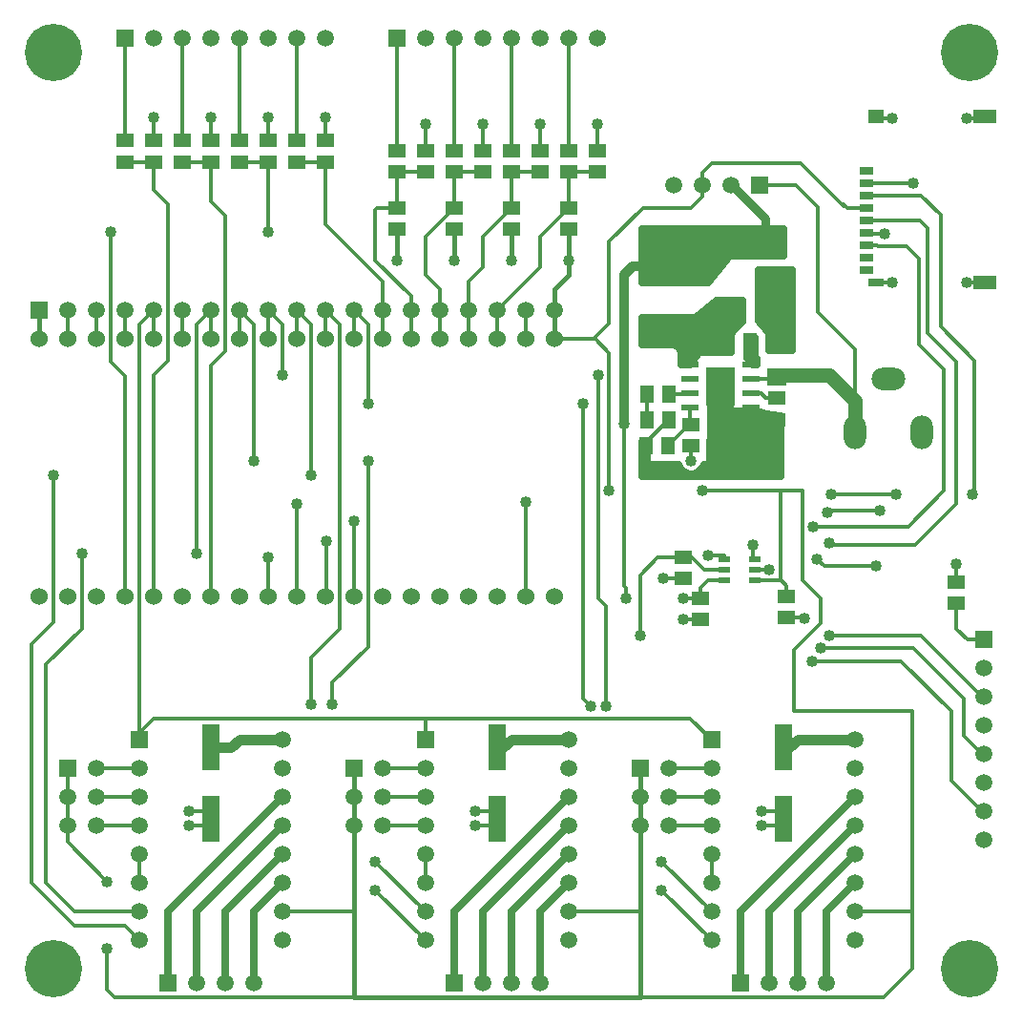
<source format=gbr>
G04 DipTrace 3.3.0.0*
G04 Top.gbr*
%MOIN*%
G04 #@! TF.FileFunction,Copper,L1,Top*
G04 #@! TF.Part,Single*
G04 #@! TA.AperFunction,Conductor*
%ADD14C,0.016*%
%ADD15C,0.02*%
%ADD16C,0.012*%
G04 #@! TA.AperFunction,CopperBalancing*
%ADD17C,0.025*%
G04 #@! TA.AperFunction,Conductor*
%ADD18C,0.032*%
G04 #@! TA.AperFunction,ViaPad*
%ADD19C,0.03*%
G04 #@! TA.AperFunction,ComponentPad*
%ADD20C,0.06*%
G04 #@! TA.AperFunction,Conductor*
%ADD21C,0.035*%
%ADD22C,0.05*%
%ADD25R,0.062992X0.163386*%
%ADD26R,0.059055X0.051181*%
%ADD27R,0.051181X0.059055*%
%ADD28R,0.070866X0.062992*%
%ADD30R,0.098425X0.066929*%
G04 #@! TA.AperFunction,ComponentPad*
%ADD31R,0.059055X0.059055*%
%ADD32C,0.059055*%
%ADD33O,0.07874X0.11811*%
%ADD34O,0.11811X0.07874*%
%ADD35R,0.051181X0.027559*%
%ADD36R,0.07874X0.047244*%
%ADD37R,0.055118X0.047244*%
%ADD38R,0.055118X0.031496*%
%ADD39R,0.137795X0.09252*%
G04 #@! TA.AperFunction,ComponentPad*
%ADD40C,0.2*%
%ADD41R,0.059X0.059*%
%ADD42C,0.059*%
%ADD44R,0.062992X0.024016*%
%ADD45R,0.10315X0.138189*%
%ADD47R,0.043307X0.023622*%
G04 #@! TA.AperFunction,ViaPad*
%ADD48C,0.04*%
%FSLAX26Y26*%
G04*
G70*
G90*
G75*
G01*
G04 Top*
%LPD*%
X2594000Y1244000D2*
D14*
Y1144000D1*
Y1044000D1*
X1594000Y1244000D2*
Y1144000D1*
Y1044000D1*
X2594000D2*
Y744000D1*
Y444000D1*
X1594000D1*
Y744000D1*
Y1044000D1*
X2294000Y2844000D2*
Y2744000D1*
X1744000Y3126480D2*
Y3019000D1*
X1944000Y3126480D2*
Y3019000D1*
X2144000Y3126480D2*
Y3019000D1*
X2344000Y3126480D2*
Y3019000D1*
X2294000Y2844000D2*
Y2919000D1*
X2344000Y2969000D1*
Y3019000D1*
X2294000Y2744000D2*
D15*
Y2747000D1*
Y2744000D2*
D16*
X2432000D1*
X2438000D1*
X2487000Y2695000D1*
Y2214000D1*
X2813846D2*
X3090453D1*
X3162749D1*
Y1900251D1*
X3225249Y1837751D1*
Y1750249D1*
X3131500Y1656500D1*
Y1444000D1*
X3544000D1*
Y744000D1*
Y544000D1*
X3444000Y444000D1*
X2594000D1*
X2344000Y744000D2*
X2594000D1*
X1344000D2*
X1594000D1*
X3344000D2*
X3544000D1*
X2812750Y3281500D2*
Y3241750D1*
X2773000Y3202000D1*
X2604000D1*
X2487000Y3085000D1*
Y2799000D1*
X2432000Y2744000D1*
X594000Y1244000D2*
Y1144000D1*
Y1044000D1*
Y987000D1*
X732000Y849000D1*
Y615000D2*
Y472000D1*
X760000Y444000D1*
X1594000D1*
X2812750Y3281500D2*
Y3325250D1*
X2844000Y3356500D1*
X3156500D1*
X3306000Y3207000D1*
Y3215000D1*
X3318921Y3202079D1*
X3384000D1*
X3106500Y1844000D2*
Y1881500D1*
X3087750Y1900250D1*
X2994000D1*
X3087750D2*
X3086045Y1901955D1*
Y2209592D1*
X3090453Y2214000D1*
X994000Y2844000D2*
Y2744000D1*
X894000Y3436520D2*
Y3519000D1*
X1094000Y3436520D2*
Y3519000D1*
X1294000Y3436520D2*
Y3519000D1*
X1494000Y3436520D2*
Y3519000D1*
X1844000Y3401283D2*
Y3494000D1*
X2044000Y3401283D2*
Y3494000D1*
X2244000Y3401283D2*
Y3494000D1*
X2444000Y3401283D2*
Y3494000D1*
X3019000Y1094000D2*
X3069000D1*
X3094000Y1069000D1*
X3019000Y1044000D2*
X3069000D1*
X3094000Y1069000D1*
X2019000Y1094000D2*
X2069000D1*
X2094000Y1069000D1*
X2044000Y1044000D2*
X2069000D1*
X2094000Y1069000D1*
X2019000Y1044000D2*
X2069000D1*
X1019000Y1094000D2*
X1069000D1*
X1094000Y1069000D1*
X1019000Y1044000D2*
X1069000D1*
X1094000Y1069000D1*
X2617000Y2370000D2*
Y2383000D1*
X2695000Y2461000D1*
X3475000Y3514000D2*
X3423654D1*
X3417465Y3520189D1*
X3735000Y3514000D2*
X3793165D1*
X3799354Y3520189D1*
X3475000Y2942000D2*
X3417701D1*
X3417465Y2942236D1*
X3735000Y2942000D2*
X3799118D1*
X3799354Y2942236D1*
X3449000Y3111000D2*
X3388465D1*
X3384000Y3115465D1*
X3106500Y1769197D2*
X3168803D1*
X3169000Y1769000D1*
X2806500Y1762947D2*
X2744197D1*
X2744000Y1762750D1*
X2994000Y1937652D2*
X3043902D1*
X3044000Y1937750D1*
X2744000Y1906500D2*
X2675250D1*
X3700249Y1894000D2*
Y1956500D1*
X1094000Y2844000D2*
Y2744000D1*
X844000Y744000D2*
X619000D1*
X519000Y844000D1*
Y1606500D1*
X644000Y1731500D1*
Y1994000D1*
X1044000D2*
Y2794000D1*
X1094000Y2844000D1*
X1394000D2*
Y2744000D1*
Y2844000D2*
X1444000Y2794000D1*
Y2269000D1*
X544000D2*
Y1753000D1*
X469000Y1678000D1*
Y844000D1*
X619000Y694000D1*
X794000D1*
X844000Y644000D1*
Y944000D2*
Y844000D1*
X1694000Y1244000D2*
X1844000D1*
X694000D2*
X844000D1*
X694000Y1144000D2*
X844000D1*
X694000Y1044000D2*
X844000D1*
X2694000Y1244000D2*
X2844000D1*
X3794000Y1294000D2*
X3787749D1*
X3725249Y1356500D1*
Y1487751D1*
X3550249Y1662751D1*
X3225249D1*
X2887701Y1975053D2*
Y1987750D1*
X2831500D1*
X3212750Y1975250D2*
X3237751Y1950249D1*
X3419000D1*
X3794000Y1694000D2*
X3737749D1*
X3700249Y1731500D1*
Y1819197D1*
X944000Y494000D2*
D17*
Y744000D1*
X1344000Y1144000D1*
X1044000Y494000D2*
Y744000D1*
X1344000Y1044000D1*
X1144000Y494000D2*
Y744000D1*
X1344000Y944000D1*
X1244000Y494000D2*
Y744000D1*
X1344000Y844000D1*
X1194000Y2844000D2*
D16*
Y2744000D1*
X1844000Y744000D2*
X1669000Y919000D1*
X1519000Y1469000D2*
Y1544000D1*
X1644000Y1669000D1*
Y2319000D1*
X1244000D2*
Y2794000D1*
X1194000Y2844000D1*
X1294000D2*
Y2744000D1*
X2844000Y744000D2*
X2669000Y919000D1*
X2474000Y1460000D2*
Y1811000D1*
X2448000Y1837000D1*
Y2617000D1*
X1344000D2*
Y2794000D1*
X1294000Y2844000D1*
X2444000Y3326480D2*
X2344000D1*
Y3201283D1*
X2094000Y2844000D2*
Y2744000D1*
Y2844000D2*
X2244000Y2994000D1*
Y3101283D1*
X2344000Y3201283D1*
X2244000Y3326480D2*
X2144000D1*
Y3201283D1*
X1994000Y2844000D2*
Y2744000D1*
Y2844000D2*
Y2944000D1*
X2044000Y2994000D1*
Y3101283D1*
X2144000Y3201283D1*
X1494000Y2844000D2*
Y2744000D1*
X1844000Y644000D2*
X1669000Y819000D1*
X1444000Y1469000D2*
Y1631500D1*
X1544000Y1731500D1*
Y2794000D1*
X1494000Y2844000D1*
X1594000D2*
Y2744000D1*
X2844000Y644000D2*
X2669000Y819000D1*
X2422000Y1460000D2*
X2396000Y1486000D1*
Y2519000D1*
X1644000D2*
Y2794000D1*
X1594000Y2844000D1*
X1394000Y3361717D2*
X1494000D1*
X1694000Y2844000D2*
Y2744000D1*
X1494000Y3361717D2*
Y3144000D1*
X1694000Y2944000D1*
Y2844000D1*
X1844000Y3326480D2*
X1744000D1*
Y3201283D2*
Y3326480D1*
X1794000Y2844000D2*
Y2744000D1*
X1744000Y3201283D2*
X1676283D1*
X1669000Y3194000D1*
Y3019000D1*
X1794000Y2894000D1*
Y2844000D1*
X2044000Y3326480D2*
X1944000D1*
Y3201283D2*
Y3326480D1*
X1894000Y2844000D2*
Y2744000D1*
Y2844000D2*
Y2919000D1*
X1844000Y2969000D1*
Y3101283D1*
X1944000Y3201283D1*
X1294000Y1844000D2*
Y1981500D1*
X2987750Y2025250D2*
Y1975053D1*
X2994000D1*
X2194000Y1844000D2*
Y2175250D1*
X3262750Y2200250D2*
X3487750D1*
X3756500D2*
Y2187750D1*
X3761000Y2192250D1*
Y2669000D1*
X3644000Y2786000D1*
Y3176000D1*
X3574614Y3245386D1*
X3384000D1*
X1394000Y1844000D2*
Y2169000D1*
X3250250Y2137750D2*
Y2144000D1*
X3431500D1*
X3550250Y3287750D2*
X3384943D1*
X3384000Y3288693D1*
X494000Y2844000D2*
D14*
Y2744000D1*
X2682554Y2998480D2*
D18*
X2569480D1*
X2539000Y2968000D1*
Y2448000D1*
X2912750Y3281500D2*
D19*
X2914500D1*
X3033000Y3163000D1*
Y3070024D1*
X3038766Y3064257D1*
X2773000Y2318000D2*
D16*
Y2370000D1*
X2806500Y1837750D2*
Y1875250D1*
X2831500Y1900250D1*
X2887701D1*
X2806500Y1837750D2*
X2744000D1*
X2539000Y2448000D2*
Y1880250D1*
X2544000Y1875250D1*
Y1837750D1*
X1194000Y3361717D2*
X1294000D1*
X794000Y1844000D2*
Y2612751D1*
X744000Y2662751D1*
Y3119000D1*
X1294000D2*
Y3361717D1*
X1594000Y1844000D2*
Y2106500D1*
X3200250Y2087750D2*
X3531500D1*
X3656500Y2212750D1*
Y2637750D1*
X3569000Y2725250D1*
Y3025250D1*
X3525250Y3069000D1*
X3425250D1*
X3422093Y3072157D1*
X3384000D1*
X794000Y3361717D2*
X894000D1*
Y1844000D2*
Y2619000D1*
X944000Y2669000D1*
Y3212749D1*
X894000Y3262749D1*
Y3361717D1*
X3794000Y1094000D2*
X3787751D1*
X3681500Y1200251D1*
Y1444000D1*
X3506500Y1619000D1*
X3194000D1*
X1694000Y1144000D2*
X1844000D1*
X1694000Y1044000D2*
X1844000D1*
X2194000Y2844000D2*
Y2744000D1*
X1844000Y944000D2*
Y844000D1*
X1944000Y3401283D2*
Y3794000D1*
X2344000Y3401283D2*
Y3794000D1*
X794000Y3436520D2*
Y3794000D1*
X2694000Y1044000D2*
X2844000D1*
X2694000Y1144000D2*
X2844000D1*
X1944000Y494000D2*
D17*
Y744000D1*
X2344000Y1144000D1*
Y1044000D2*
X2044000Y744000D1*
Y494000D1*
X2144000D2*
Y744000D1*
X2344000Y944000D1*
X2244000Y494000D2*
Y744000D1*
X2344000Y844000D1*
X1744000Y3401283D2*
D16*
Y3794000D1*
X994000Y3361717D2*
X1094000D1*
Y1844000D2*
Y2650251D1*
X1144000Y2700251D1*
Y3175251D1*
X1094000Y3225251D1*
Y3361717D1*
X3794000Y1494000D2*
X3787749D1*
X3575249Y1706500D1*
X3256500D1*
X2887701Y1937652D2*
X2819098D1*
X2775447Y1981303D1*
X2744000D1*
X2656303D1*
X2594000Y1919000D1*
Y1706500D1*
X994000Y3436520D2*
Y3794000D1*
X2844000Y944000D2*
Y844000D1*
X1494000Y1844000D2*
X1500250D1*
Y2037750D1*
X3256500Y2031500D2*
Y2025250D1*
X3556500D1*
X3700250Y2169000D1*
Y2662750D1*
X3600250Y2762750D1*
Y3131500D1*
X3572978Y3158772D1*
X3384000D1*
X2982643Y2554052D2*
X3017948D1*
X3033000Y2539000D1*
X3068803D1*
X3072000Y2535803D1*
X3344000Y1144000D2*
D17*
X2944000Y744000D1*
Y494000D1*
X3044000D2*
Y744000D1*
X3344000Y1044000D1*
X3144000Y494000D2*
Y744000D1*
X3344000Y944000D1*
X3244000Y494000D2*
Y744000D1*
X3344000Y844000D1*
X794000Y2744000D2*
D16*
Y2844000D1*
X694000Y2744000D2*
Y2844000D1*
X594000Y2744000D2*
Y2844000D1*
X2695000Y2552000D2*
X2767992D1*
X2770045Y2554052D1*
X2144000Y3401283D2*
Y3794000D1*
X2620197Y2461000D2*
Y2552000D1*
X2770045Y2504052D2*
Y2447759D1*
X2773000Y2444803D1*
X2766606D1*
X2691803Y2370000D1*
X1194000Y3436520D2*
Y3794000D1*
X1394000Y3436520D2*
Y3794000D1*
X844000Y1344000D2*
Y1369000D1*
X894000Y1419000D1*
X1844000D1*
X2769000D1*
X2844000Y1344000D1*
X1844000D2*
Y1419000D1*
X894000Y2844000D2*
Y2744000D1*
X844000Y1344000D2*
Y2794000D1*
X894000Y2844000D1*
X3094000Y1317031D2*
D21*
X3117031D1*
X3144000Y1344000D1*
X3344000D1*
X2094000Y1317031D2*
X2117031D1*
X2144000Y1344000D1*
X2344000D1*
X1094000Y1317031D2*
X1167031D1*
X1194000Y1344000D1*
X1344000D1*
X2982643Y2604052D2*
D16*
X3065289D1*
X3072000Y2610764D1*
D22*
Y2617000D1*
X3254000D1*
X3345000Y2526000D1*
Y2420000D1*
X3344000Y2419000D1*
X3012750Y3281500D2*
D16*
X3137750D1*
X3215000Y3204250D1*
Y2838000D1*
X3345000Y2708000D1*
Y2420000D1*
X3344000Y2419000D1*
D48*
X2487000Y2214000D3*
X2813846D3*
X732000Y849000D3*
Y615000D3*
X644000Y1994000D3*
X1044000D3*
X1444000Y2269000D3*
X544000D3*
X3225249Y1662751D3*
X3212750Y1975250D3*
X3419000Y1950249D3*
X1669000Y919000D3*
X1519000Y1469000D3*
X1644000Y2319000D3*
X1244000D3*
X2669000Y919000D3*
X2474000Y1460000D3*
X2448000Y2617000D3*
X1344000D3*
X1669000Y819000D3*
X1444000Y1469000D3*
X2669000Y819000D3*
X2422000Y1460000D3*
X2396000Y2519000D3*
X1644000D3*
X1294000Y1981500D3*
X2987750Y2025250D3*
X2194000Y2175250D3*
X3262750Y2200250D3*
X3487750D3*
X3756500D3*
X1394000Y2169000D3*
X3250250Y2137750D3*
X3431500Y2144000D3*
X3550250Y3287750D3*
X2539000Y2448000D3*
X2544000Y1837750D3*
X744000Y3119000D3*
X1294000D3*
X1594000Y2106500D3*
X3200250Y2087750D3*
X3194000Y1619000D3*
X3256500Y1706500D3*
X2594000D3*
X1500250Y2037750D3*
X3256500Y2031500D3*
X2675250Y1906500D3*
X3700249Y1956500D3*
X3044000Y1937750D3*
X3735000Y3514000D3*
D19*
X2851000Y2617000D3*
D48*
X894000Y3519000D3*
X1094000D3*
X1294000D3*
X1494000D3*
X1844000Y3494000D3*
X2044000D3*
X2244000D3*
X2444000D3*
X1019000Y1094000D3*
Y1044000D3*
X2019000Y1094000D3*
Y1044000D3*
X3019000Y1094000D3*
Y1044000D3*
X1744000Y3019000D3*
X1944000D3*
X2144000D3*
X2344000D3*
D19*
X2877000Y2617000D3*
X2903000D3*
X2851000Y2578000D3*
X2877000D3*
X2903000D3*
X2851000Y2539000D3*
X2877000D3*
X2903000D3*
X3111000Y2968000D3*
Y2929000D3*
D48*
X2773000Y2318000D3*
X2617000Y3085000D3*
X3475000Y3514000D3*
Y2942000D3*
X3735000D3*
X3449000Y3111000D3*
X3169000Y1769000D3*
X2744000Y1762750D3*
X2831500Y1987750D3*
X2744000Y1837750D3*
X2603832Y3104133D2*
D17*
X3092526D1*
X2603832Y3079264D2*
X3092526D1*
X2603832Y3054395D2*
X3092526D1*
X2603832Y3029526D2*
X2900689D1*
X2603832Y3004657D2*
X2880774D1*
X2603832Y2979789D2*
X2860894D1*
X2603832Y2954920D2*
X2841014D1*
X2601314Y3128978D2*
Y2941518D1*
X2832790Y2941524D1*
X2905361Y3032004D1*
X2907749Y3033714D1*
X2910472Y3034819D1*
X2913382Y3035257D1*
X3095030Y3035264D1*
X3095009Y3129017D1*
X2601291Y3129001D1*
X2834710Y2854159D2*
X2948774D1*
X2804891Y2829290D2*
X2948774D1*
X2603832Y2804421D2*
X2948774D1*
X2603832Y2779552D2*
X2925378D1*
X2603832Y2754684D2*
X2911276D1*
X2603832Y2729815D2*
X2911276D1*
X2739331Y2704946D2*
X2911276D1*
X2741304Y2680077D2*
X2785932D1*
X2741304Y2655209D2*
X2768169D1*
X2930251Y2781933D2*
Y2785064D1*
X2933373D1*
X2951270Y2802961D1*
X2951274Y2878993D1*
X2862055Y2879028D1*
X2788945Y2818298D1*
X2786261Y2817100D1*
X2783369Y2816562D1*
X2601293Y2816534D1*
X2601314Y2722781D1*
X2715756Y2722643D1*
X2718584Y2721845D1*
X2721148Y2720409D1*
X2727639Y2714136D1*
X2736412Y2705146D1*
X2737848Y2702581D1*
X2738646Y2699753D1*
X2738799Y2688612D1*
Y2654055D1*
X2769827Y2654054D1*
X2798631Y2694067D1*
X2800924Y2695904D1*
X2803583Y2697156D1*
X2806459Y2697752D1*
X2913794Y2697799D1*
X2913932Y2762247D1*
X2914730Y2765075D1*
X2916165Y2767639D1*
X2923936Y2775626D1*
X2930253Y2781944D1*
X3010039Y2960398D2*
X3123744D1*
X3010039Y2935529D2*
X3123744D1*
X3010039Y2910660D2*
X3123744D1*
X3010039Y2885791D2*
X3123744D1*
X3010039Y2860923D2*
X3123744D1*
X3010039Y2836054D2*
X3123744D1*
X3010039Y2811185D2*
X3123744D1*
X3032395Y2786316D2*
X3123744D1*
X3047503Y2761448D2*
X3123744D1*
X3047503Y2736579D2*
X3123744D1*
X3047503Y2711710D2*
X3123744D1*
X3023497Y2790028D2*
X3029894D1*
Y2782528D1*
X3043175Y2766823D1*
X3044406Y2764154D1*
X3044979Y2761272D1*
X3045017Y2704060D1*
X3126282Y2704049D1*
X3126256Y2985261D1*
X3007528Y2985266D1*
X3007521Y2808693D1*
X3023497Y2790021D1*
X2846837Y2604185D2*
X2905029D1*
X2846335Y2579316D2*
X2905029D1*
X2845867Y2554448D2*
X2905029D1*
X2845402Y2529579D2*
X2905029D1*
X2844899Y2504710D2*
X2905029D1*
X2844433Y2479841D2*
X3031772D1*
X2843966Y2454972D2*
X3083014D1*
X2843463Y2430104D2*
X3083014D1*
X2842997Y2405235D2*
X3083014D1*
X2606018Y2380366D2*
X2617545D1*
X2842530D2*
X3083014D1*
X2606018Y2355497D2*
X2617545D1*
X2842029D2*
X3083014D1*
X2606018Y2330629D2*
X2617545D1*
X2841562D2*
X3083014D1*
X2606018Y2305760D2*
X2623804D1*
X2835030D2*
X3083014D1*
X2606018Y2280891D2*
X2742474D1*
X2803525D2*
X3083014D1*
X3026512Y2483713D2*
X3015972D1*
Y2488987D1*
X3004583Y2491568D1*
X2918073Y2491722D1*
X2915245Y2492520D1*
X2912681Y2493955D1*
X2910524Y2495950D1*
X2908891Y2498394D1*
X2907874Y2501150D1*
X2907529Y2504068D1*
Y2629052D1*
X2844780Y2629054D1*
X2838635Y2314633D1*
X2837837Y2311804D1*
X2836402Y2309240D1*
X2834407Y2307083D1*
X2831963Y2305450D1*
X2829207Y2304433D1*
X2826289Y2304088D1*
X2817353D1*
X2814432Y2296890D1*
X2810619Y2290668D1*
X2805881Y2285119D1*
X2800332Y2280381D1*
X2794110Y2276568D1*
X2787369Y2273776D1*
X2780274Y2272072D1*
X2773000Y2271500D1*
X2765726Y2272072D1*
X2758631Y2273776D1*
X2751890Y2276568D1*
X2745668Y2280381D1*
X2740119Y2285119D1*
X2735381Y2290668D1*
X2731568Y2296890D1*
X2728648Y2304084D1*
X2630604Y2304241D1*
X2627776Y2305039D1*
X2625211Y2306475D1*
X2623054Y2308470D1*
X2621421Y2310913D1*
X2620404Y2313669D1*
X2620059Y2316588D1*
Y2384732D1*
X2603533Y2384039D1*
X2603500Y2265490D1*
X3085520Y2265500D1*
X3085500Y2475446D1*
X3035941Y2479394D1*
X3033176Y2480390D1*
X3026533Y2483711D1*
X2972537Y2722923D2*
X2992513D1*
X2972537Y2698054D2*
X2992513D1*
X2976592Y2673185D2*
X2998757D1*
X2970025Y2747768D2*
X2969871Y2683344D1*
X2969073Y2680516D1*
X2967635Y2677949D1*
X2968978Y2676297D1*
X2974194Y2673100D1*
X2978848Y2669126D1*
X2982822Y2664472D1*
X2986018Y2659256D1*
X2988189Y2654063D1*
X3001262Y2654054D1*
X3001181Y2673961D1*
X2997407Y2677951D1*
X2995971Y2680516D1*
X2995173Y2683344D1*
X2995020Y2692798D1*
Y2747785D1*
X2970021Y2747791D1*
D25*
X1094000Y1069000D3*
Y1317031D3*
D26*
X1844000Y3326480D3*
Y3401283D3*
X2044000Y3326480D3*
Y3401283D3*
X2244000Y3326480D3*
Y3401283D3*
X2444000Y3326480D3*
Y3401283D3*
D25*
X2094000Y1069000D3*
Y1317031D3*
D26*
X894000Y3361717D3*
Y3436520D3*
X1094000Y3361717D3*
Y3436520D3*
X1294000Y3361717D3*
Y3436520D3*
X1494000Y3361717D3*
Y3436520D3*
D25*
X3094000Y1069000D3*
Y1317031D3*
D27*
X2903000Y2734000D3*
X2977803D3*
D28*
X3072000Y2721000D3*
Y2610764D3*
D27*
X2695000Y2552000D3*
X2620197D3*
D28*
X3038766Y2954021D3*
Y3064257D3*
D30*
X2916000Y2838000D3*
X3073480D3*
D31*
X3012750Y3281500D3*
D32*
X2912750D3*
X2812750D3*
X2712750D3*
D31*
X1744000Y3794000D3*
D32*
X1844000D3*
X1944000D3*
X2044000D3*
X2144000D3*
X2244000D3*
X2344000D3*
X2444000D3*
D31*
X944000Y494000D3*
D32*
X1044000D3*
X1144000D3*
X1244000D3*
D31*
X494000Y2844000D3*
D32*
X594000D3*
X694000D3*
X794000D3*
X894000D3*
X994000D3*
X1094000D3*
X1194000D3*
X1294000D3*
X1394000D3*
X1494000D3*
X1594000D3*
X1694000D3*
X1794000D3*
X1894000D3*
X1994000D3*
X2094000D3*
X2194000D3*
X2294000D3*
D31*
X1944000Y494000D3*
D32*
X2044000D3*
X2144000D3*
X2244000D3*
D31*
X3794000Y1694000D3*
D32*
Y1594000D3*
Y1494000D3*
Y1394000D3*
Y1294000D3*
Y1194000D3*
Y1094000D3*
Y994000D3*
D31*
X2944000Y494000D3*
D32*
X3044000D3*
X3144000D3*
X3244000D3*
D31*
X794000Y3794000D3*
D32*
X894000D3*
X994000D3*
X1094000D3*
X1194000D3*
X1294000D3*
X1394000D3*
X1494000D3*
D33*
X3344000Y2419000D3*
X3580220D3*
D34*
X3462110Y2604039D3*
D35*
X3384000Y3332000D3*
Y3288693D3*
Y3245386D3*
Y3202079D3*
Y3158772D3*
Y3115465D3*
Y3072157D3*
Y3028850D3*
Y2985543D3*
D36*
X3799354Y3520189D3*
D37*
X3417465D3*
D38*
Y2942236D3*
D36*
X3799354D3*
D31*
X594000Y1244000D3*
D32*
X694000D3*
X594000Y1144000D3*
X694000D3*
X594000Y1044000D3*
X694000D3*
D31*
X1594000Y1244000D3*
D32*
X1694000D3*
X1594000Y1144000D3*
X1694000D3*
X1594000Y1044000D3*
X1694000D3*
D31*
X2594000Y1244000D3*
D32*
X2694000D3*
X2594000Y1144000D3*
X2694000D3*
X2594000Y1044000D3*
X2694000D3*
D39*
X2682554Y2760291D3*
Y2998480D3*
D40*
X544000Y544000D3*
X3744000D3*
Y3744000D3*
X544000D3*
D26*
X1744000Y3201283D3*
Y3126480D3*
X1944000Y3201283D3*
Y3126480D3*
X2144000Y3201283D3*
Y3126480D3*
X2344000Y3201283D3*
Y3126480D3*
X3072000Y2461000D3*
Y2535803D3*
X1744000Y3401283D3*
Y3326480D3*
X1944000Y3401283D3*
Y3326480D3*
X2144000Y3401283D3*
Y3326480D3*
X2344000Y3401283D3*
Y3326480D3*
X794000Y3436520D3*
Y3361717D3*
X994000Y3436520D3*
Y3361717D3*
X1194000Y3436520D3*
Y3361717D3*
X1394000Y3436520D3*
Y3361717D3*
D27*
X2695000Y2461000D3*
X2620197D3*
X2617000Y2370000D3*
X2691803D3*
D26*
X2773000D3*
Y2444803D3*
D20*
X494000Y2744000D3*
X594000D3*
X694000D3*
X794000D3*
X894000D3*
X994000D3*
X1094000D3*
X1194000D3*
X1294000D3*
X1394000D3*
X1494000D3*
X1594000D3*
X1694000D3*
X1794000D3*
X1894000D3*
X1994000D3*
X2094000D3*
X2194000D3*
X2294000D3*
X494000Y1844000D3*
X594000D3*
X694000D3*
X794000D3*
X894000D3*
X994000D3*
X1094000D3*
X1194000D3*
X1294000D3*
X1394000D3*
X1494000D3*
X1594000D3*
X1694000D3*
X1794000D3*
X1894000D3*
X1994000D3*
X2094000D3*
X2194000D3*
X2294000D3*
D41*
X844000Y1344000D3*
D42*
Y1244000D3*
Y1144000D3*
Y1044000D3*
Y944000D3*
Y844000D3*
Y744000D3*
Y644000D3*
X1344000D3*
Y744000D3*
Y844000D3*
Y944000D3*
Y1044000D3*
Y1144000D3*
Y1244000D3*
Y1344000D3*
D41*
X1844000D3*
D42*
Y1244000D3*
Y1144000D3*
Y1044000D3*
Y944000D3*
Y844000D3*
Y744000D3*
Y644000D3*
X2344000D3*
Y744000D3*
Y844000D3*
Y944000D3*
Y1044000D3*
Y1144000D3*
Y1244000D3*
Y1344000D3*
D41*
X2844000D3*
D42*
Y1244000D3*
Y1144000D3*
Y1044000D3*
Y944000D3*
Y844000D3*
Y744000D3*
Y644000D3*
X3344000D3*
Y744000D3*
Y844000D3*
Y944000D3*
Y1044000D3*
Y1144000D3*
Y1244000D3*
Y1344000D3*
D44*
X2770045Y2654052D3*
Y2604052D3*
Y2554052D3*
Y2504052D3*
X2982643D3*
Y2554052D3*
Y2604052D3*
Y2654052D3*
D45*
X2876344Y2579052D3*
D47*
X2994000Y1900250D3*
Y1937652D3*
Y1975053D3*
X2887701D3*
Y1937652D3*
Y1900250D3*
D26*
X2806500Y1837750D3*
Y1762947D3*
X3106500Y1844000D3*
Y1769197D3*
X2744000Y1906500D3*
Y1981303D3*
X3700249Y1894000D3*
Y1819197D3*
M02*

</source>
